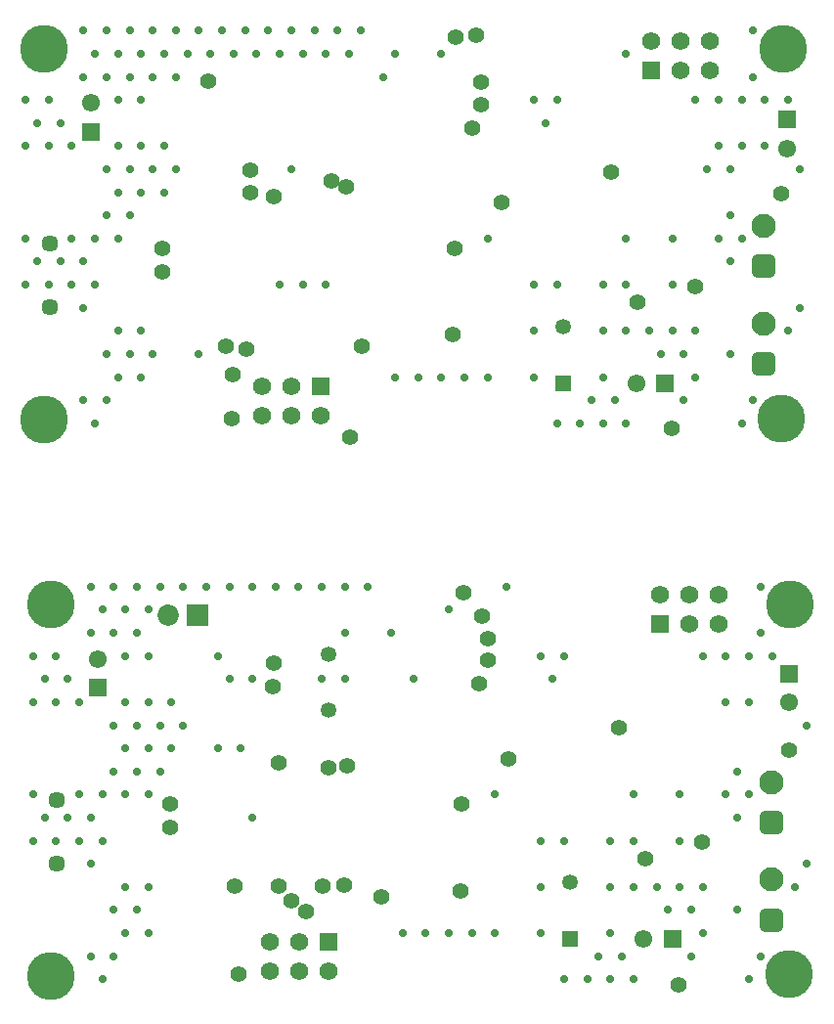
<source format=gbs>
G04*
G04 #@! TF.GenerationSoftware,Altium Limited,Altium Designer,23.10.1 (27)*
G04*
G04 Layer_Color=16711935*
%FSLAX44Y44*%
%MOMM*%
G71*
G04*
G04 #@! TF.SameCoordinates,3B84DC82-68C0-41DF-859C-FDBE0299760B*
G04*
G04*
G04 #@! TF.FilePolarity,Negative*
G04*
G01*
G75*
%ADD25C,1.5700*%
%ADD26R,1.5700X1.5700*%
%ADD33R,1.5500X1.5500*%
%ADD34C,1.5500*%
%ADD35R,1.5500X1.5500*%
%ADD51R,1.8500X1.8500*%
%ADD52C,1.8500*%
%ADD53C,1.3500*%
%ADD54C,1.4500*%
%ADD55C,2.1000*%
G04:AMPARAMS|DCode=56|XSize=2.1mm|YSize=2.1mm|CornerRadius=0.5625mm|HoleSize=0mm|Usage=FLASHONLY|Rotation=90.000|XOffset=0mm|YOffset=0mm|HoleType=Round|Shape=RoundedRectangle|*
%AMROUNDEDRECTD56*
21,1,2.1000,0.9750,0,0,90.0*
21,1,0.9750,2.1000,0,0,90.0*
1,1,1.1250,0.4875,0.4875*
1,1,1.1250,0.4875,-0.4875*
1,1,1.1250,-0.4875,-0.4875*
1,1,1.1250,-0.4875,0.4875*
%
%ADD56ROUNDEDRECTD56*%
%ADD57R,1.3500X1.3500*%
%ADD58C,4.1500*%
%ADD59C,0.7000*%
%ADD60C,1.4200*%
D25*
X680720Y425450D02*
D03*
X655320D02*
D03*
X629920D02*
D03*
X680720Y400050D02*
D03*
X655320D02*
D03*
X292100Y99060D02*
D03*
X317500D02*
D03*
X342900D02*
D03*
X292100Y124460D02*
D03*
X317500D02*
D03*
X673100Y904240D02*
D03*
X647700D02*
D03*
X622300D02*
D03*
X673100Y878840D02*
D03*
X647700D02*
D03*
X285750Y580390D02*
D03*
X311150D02*
D03*
X336550D02*
D03*
X285750Y605790D02*
D03*
X311150D02*
D03*
D26*
X629920Y400050D02*
D03*
X342900Y124460D02*
D03*
X622300Y878840D02*
D03*
X336550Y605790D02*
D03*
D33*
X741850Y356670D02*
D03*
X143340Y344370D02*
D03*
X740410Y836530D02*
D03*
X136990Y825700D02*
D03*
D34*
X741850Y331670D02*
D03*
X615950Y127000D02*
D03*
X143340Y369370D02*
D03*
X740410Y811530D02*
D03*
X609600Y608330D02*
D03*
X136990Y850700D02*
D03*
D35*
X640950Y127000D02*
D03*
X634600Y608330D02*
D03*
D51*
X229870Y407670D02*
D03*
D52*
X204470D02*
D03*
D53*
X342900Y373650D02*
D03*
Y324850D02*
D03*
X552450Y175800D02*
D03*
X546100Y657130D02*
D03*
D54*
X107950Y247650D02*
D03*
Y192650D02*
D03*
X101600Y728980D02*
D03*
Y673980D02*
D03*
D55*
X726440Y262890D02*
D03*
Y178510D02*
D03*
X720090Y744220D02*
D03*
Y659840D02*
D03*
D56*
X726440Y227890D02*
D03*
Y143510D02*
D03*
X720090Y709220D02*
D03*
Y624840D02*
D03*
D57*
X552450Y127000D02*
D03*
X546100Y608330D02*
D03*
D58*
X102870Y95250D02*
D03*
Y416560D02*
D03*
X741680Y96520D02*
D03*
X742950Y416560D02*
D03*
X96520Y576580D02*
D03*
Y897890D02*
D03*
X735330Y577850D02*
D03*
X736600Y897890D02*
D03*
D59*
X757121Y312040D02*
D03*
Y192040D02*
D03*
X747121Y172040D02*
D03*
X717121Y432040D02*
D03*
Y392040D02*
D03*
X727121Y372040D02*
D03*
X717121Y112040D02*
D03*
X707121Y372040D02*
D03*
Y332040D02*
D03*
X697121Y272040D02*
D03*
X707121Y252040D02*
D03*
X697121Y232040D02*
D03*
Y152040D02*
D03*
X707121Y92040D02*
D03*
X687121Y372040D02*
D03*
Y332040D02*
D03*
Y252040D02*
D03*
X667121Y372040D02*
D03*
Y172040D02*
D03*
X657121Y152040D02*
D03*
X667121Y132040D02*
D03*
X657121Y112040D02*
D03*
X647120Y252040D02*
D03*
Y212040D02*
D03*
Y172040D02*
D03*
X637120Y152040D02*
D03*
X627120Y172040D02*
D03*
X607120Y252040D02*
D03*
Y212040D02*
D03*
Y172040D02*
D03*
X597120Y112040D02*
D03*
X607120Y92040D02*
D03*
X587120Y212040D02*
D03*
Y172040D02*
D03*
Y132040D02*
D03*
X577120Y112040D02*
D03*
X587120Y92040D02*
D03*
X567120D02*
D03*
X547120Y372040D02*
D03*
X537120Y352040D02*
D03*
X547120Y212040D02*
D03*
Y92040D02*
D03*
X527120Y372040D02*
D03*
Y212040D02*
D03*
Y172040D02*
D03*
Y132040D02*
D03*
X497120Y432040D02*
D03*
X487120Y252040D02*
D03*
Y132040D02*
D03*
X467120D02*
D03*
X447120Y412040D02*
D03*
Y132040D02*
D03*
X417120Y352040D02*
D03*
X427120Y132040D02*
D03*
X397120Y392040D02*
D03*
X407120Y132040D02*
D03*
X377120Y432040D02*
D03*
X357120D02*
D03*
Y392040D02*
D03*
Y352040D02*
D03*
X337120Y432040D02*
D03*
Y352040D02*
D03*
X317120Y432040D02*
D03*
X297120D02*
D03*
X277120D02*
D03*
Y352040D02*
D03*
Y232040D02*
D03*
X257120Y432040D02*
D03*
Y352040D02*
D03*
X267120Y292040D02*
D03*
X237120Y432040D02*
D03*
X247120Y372040D02*
D03*
Y292040D02*
D03*
X217120Y432040D02*
D03*
Y312040D02*
D03*
X197120Y432040D02*
D03*
X207120Y332040D02*
D03*
X197120Y312040D02*
D03*
X207120Y292040D02*
D03*
X197120Y272040D02*
D03*
X177120Y432040D02*
D03*
X187120Y412040D02*
D03*
X177120Y392040D02*
D03*
X187120Y372040D02*
D03*
Y332040D02*
D03*
X177120Y312040D02*
D03*
X187120Y292040D02*
D03*
X177120Y272040D02*
D03*
X187120Y252040D02*
D03*
Y172040D02*
D03*
X177120Y152040D02*
D03*
X187120Y132040D02*
D03*
X157120Y432040D02*
D03*
X167120Y412040D02*
D03*
X157120Y392040D02*
D03*
X167120Y372040D02*
D03*
Y332040D02*
D03*
X157120Y312040D02*
D03*
X167120Y292040D02*
D03*
X157120Y272040D02*
D03*
X167120Y252040D02*
D03*
Y172040D02*
D03*
X157120Y152040D02*
D03*
X167120Y132040D02*
D03*
X157120Y112040D02*
D03*
X137120Y432040D02*
D03*
X147120Y412040D02*
D03*
X137120Y392040D02*
D03*
X147120Y252040D02*
D03*
X137120Y232040D02*
D03*
X147120Y212040D02*
D03*
X137120Y192040D02*
D03*
Y112040D02*
D03*
X147120Y92040D02*
D03*
X117120Y352040D02*
D03*
X127120Y332040D02*
D03*
Y252040D02*
D03*
X117120Y232040D02*
D03*
X127120Y212040D02*
D03*
X107120Y372040D02*
D03*
X97120Y352040D02*
D03*
X107120Y332040D02*
D03*
X97120Y232040D02*
D03*
X107120Y212040D02*
D03*
X87120Y372040D02*
D03*
Y332040D02*
D03*
Y252040D02*
D03*
Y212040D02*
D03*
X750770Y793370D02*
D03*
Y673370D02*
D03*
X740770Y853370D02*
D03*
Y653370D02*
D03*
X710770Y913370D02*
D03*
Y873370D02*
D03*
X720770Y853370D02*
D03*
Y813370D02*
D03*
X710770Y593370D02*
D03*
X700770Y853370D02*
D03*
Y813370D02*
D03*
X690770Y793370D02*
D03*
Y753370D02*
D03*
X700770Y733370D02*
D03*
X690770Y713370D02*
D03*
Y633370D02*
D03*
X700770Y573370D02*
D03*
X680770Y853370D02*
D03*
Y813370D02*
D03*
X670770Y793370D02*
D03*
X680770Y733370D02*
D03*
X660770Y853370D02*
D03*
Y653370D02*
D03*
X650770Y633370D02*
D03*
X660770Y613370D02*
D03*
X650770Y593370D02*
D03*
X640770Y733370D02*
D03*
Y693370D02*
D03*
Y653370D02*
D03*
X630770Y633370D02*
D03*
X620770Y653370D02*
D03*
X600770Y893370D02*
D03*
Y733370D02*
D03*
Y693370D02*
D03*
Y653370D02*
D03*
X590770Y593370D02*
D03*
X600770Y573370D02*
D03*
X580770Y693370D02*
D03*
Y653370D02*
D03*
Y613370D02*
D03*
X570770Y593370D02*
D03*
X580770Y573370D02*
D03*
X560770D02*
D03*
X540770Y853370D02*
D03*
X530770Y833370D02*
D03*
X540770Y693370D02*
D03*
Y573370D02*
D03*
X520770Y853370D02*
D03*
Y693370D02*
D03*
Y653370D02*
D03*
Y613370D02*
D03*
X480770Y733370D02*
D03*
Y613370D02*
D03*
X460770D02*
D03*
X440770Y893370D02*
D03*
Y613370D02*
D03*
X420770D02*
D03*
X400770Y893370D02*
D03*
X390770Y873370D02*
D03*
X400770Y613370D02*
D03*
X370770Y913370D02*
D03*
X350770D02*
D03*
X360770Y893370D02*
D03*
X330770Y913370D02*
D03*
X340770Y893370D02*
D03*
Y693370D02*
D03*
X310770Y913370D02*
D03*
X320770Y893370D02*
D03*
X310770Y793370D02*
D03*
X320770Y693370D02*
D03*
X290770Y913370D02*
D03*
X300770Y893370D02*
D03*
Y693370D02*
D03*
X270770Y913370D02*
D03*
X280770Y893370D02*
D03*
X250770Y913370D02*
D03*
X260770Y893370D02*
D03*
X230770Y913370D02*
D03*
X240770Y893370D02*
D03*
X230770Y633370D02*
D03*
X210770Y913370D02*
D03*
X220770Y893370D02*
D03*
X210770Y873370D02*
D03*
Y793370D02*
D03*
X190770Y913370D02*
D03*
X200770Y893370D02*
D03*
X190770Y873370D02*
D03*
X200770Y813370D02*
D03*
X190770Y793370D02*
D03*
X200770Y773370D02*
D03*
X190770Y633370D02*
D03*
X170770Y913370D02*
D03*
X180770Y893370D02*
D03*
X170770Y873370D02*
D03*
X180770Y853370D02*
D03*
Y813370D02*
D03*
X170770Y793370D02*
D03*
X180770Y773370D02*
D03*
X170770Y753370D02*
D03*
X180770Y653370D02*
D03*
X170770Y633370D02*
D03*
X180770Y613370D02*
D03*
X150770Y913370D02*
D03*
X160770Y893370D02*
D03*
X150770Y873370D02*
D03*
X160770Y853370D02*
D03*
Y813370D02*
D03*
X150770Y793370D02*
D03*
X160770Y773370D02*
D03*
X150770Y753370D02*
D03*
X160770Y733370D02*
D03*
Y653370D02*
D03*
X150770Y633370D02*
D03*
X160770Y613370D02*
D03*
X150770Y593370D02*
D03*
X130770Y913370D02*
D03*
X140770Y893370D02*
D03*
X130770Y873370D02*
D03*
X140770Y733370D02*
D03*
X130770Y713370D02*
D03*
X140770Y693370D02*
D03*
X130770Y673370D02*
D03*
Y593370D02*
D03*
X140770Y573370D02*
D03*
X110770Y833370D02*
D03*
X120770Y813370D02*
D03*
Y733370D02*
D03*
X110770Y713370D02*
D03*
X120770Y693370D02*
D03*
X100770Y853370D02*
D03*
X90770Y833370D02*
D03*
X100770Y813370D02*
D03*
X90770Y713370D02*
D03*
X100770Y693370D02*
D03*
X80770Y853370D02*
D03*
Y813370D02*
D03*
Y733370D02*
D03*
Y693370D02*
D03*
D60*
X481330Y368300D02*
D03*
Y387350D02*
D03*
X476250Y406400D02*
D03*
X342900Y275590D02*
D03*
X388620Y163830D02*
D03*
X356870Y173990D02*
D03*
X295910Y365760D02*
D03*
X294640Y345440D02*
D03*
X337820Y172720D02*
D03*
X311150Y160020D02*
D03*
X323850Y151130D02*
D03*
X359410Y276860D02*
D03*
X299720Y172720D02*
D03*
X261620D02*
D03*
X299720Y279400D02*
D03*
X265430Y96520D02*
D03*
X741680Y290830D02*
D03*
X646430Y87630D02*
D03*
X594360Y309880D02*
D03*
X459740Y426720D02*
D03*
X457200Y168910D02*
D03*
X499110Y283210D02*
D03*
X458470Y243840D02*
D03*
X666750Y210820D02*
D03*
X617220Y196850D02*
D03*
X473710Y347980D02*
D03*
X205740Y243840D02*
D03*
Y223520D02*
D03*
X471170Y909320D02*
D03*
X735330Y772160D02*
D03*
X275590Y773430D02*
D03*
X295910Y769620D02*
D03*
X358206Y777916D02*
D03*
X345440Y783590D02*
D03*
X275590Y792480D02*
D03*
X271780Y637540D02*
D03*
X254000Y640080D02*
D03*
X260350Y615950D02*
D03*
X361950Y561340D02*
D03*
X372110Y640080D02*
D03*
X259080Y577850D02*
D03*
X640080Y568960D02*
D03*
X588010Y791210D02*
D03*
X453390Y908050D02*
D03*
X450850Y650240D02*
D03*
X492760Y764540D02*
D03*
X452120Y725170D02*
D03*
X660400Y692150D02*
D03*
X474980Y849630D02*
D03*
X610870Y678180D02*
D03*
X467360Y829310D02*
D03*
X474980Y868680D02*
D03*
X238760Y869950D02*
D03*
X199390Y725170D02*
D03*
Y704850D02*
D03*
M02*

</source>
